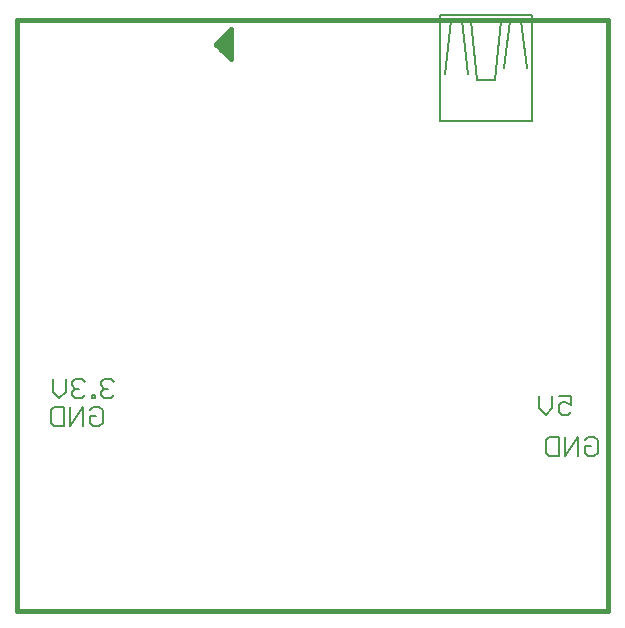
<source format=gbo>
G75*
%MOIN*%
%OFA0B0*%
%FSLAX25Y25*%
%IPPOS*%
%LPD*%
%AMOC8*
5,1,8,0,0,1.08239X$1,22.5*
%
%ADD10C,0.01600*%
%ADD11C,0.00600*%
%ADD12C,0.00500*%
D10*
X0021800Y0021800D02*
X0218650Y0021800D01*
X0218650Y0218650D01*
X0021800Y0218650D01*
X0021800Y0021800D01*
X0093050Y0205550D02*
X0088050Y0210550D01*
X0093050Y0215550D01*
X0093050Y0205550D01*
X0093050Y0205629D02*
X0092971Y0205629D01*
X0093050Y0207227D02*
X0091373Y0207227D01*
X0089774Y0208826D02*
X0093050Y0208826D01*
X0093050Y0210424D02*
X0088176Y0210424D01*
X0089523Y0212023D02*
X0093050Y0212023D01*
X0093050Y0213621D02*
X0091121Y0213621D01*
X0092720Y0215220D02*
X0093050Y0215220D01*
D11*
X0052992Y0099005D02*
X0050857Y0099005D01*
X0049789Y0097938D01*
X0049789Y0096870D01*
X0050857Y0095803D01*
X0049789Y0094735D01*
X0049789Y0093668D01*
X0050857Y0092600D01*
X0052992Y0092600D01*
X0054059Y0093668D01*
X0051924Y0095803D02*
X0050857Y0095803D01*
X0054059Y0097938D02*
X0052992Y0099005D01*
X0047614Y0093668D02*
X0046546Y0093668D01*
X0046546Y0092600D01*
X0047614Y0092600D01*
X0047614Y0093668D01*
X0044391Y0093668D02*
X0043323Y0092600D01*
X0041188Y0092600D01*
X0040121Y0093668D01*
X0040121Y0094735D01*
X0041188Y0095803D01*
X0042256Y0095803D01*
X0041188Y0095803D02*
X0040121Y0096870D01*
X0040121Y0097938D01*
X0041188Y0099005D01*
X0043323Y0099005D01*
X0044391Y0097938D01*
X0037946Y0099005D02*
X0037946Y0094735D01*
X0035810Y0092600D01*
X0033675Y0094735D01*
X0033675Y0099005D01*
X0034156Y0089755D02*
X0037359Y0089755D01*
X0037359Y0083350D01*
X0034156Y0083350D01*
X0033089Y0084418D01*
X0033089Y0088688D01*
X0034156Y0089755D01*
X0039534Y0089755D02*
X0039534Y0083350D01*
X0043805Y0089755D01*
X0043805Y0083350D01*
X0045980Y0084418D02*
X0045980Y0086553D01*
X0048115Y0086553D01*
X0050250Y0088688D02*
X0050250Y0084418D01*
X0049182Y0083350D01*
X0047047Y0083350D01*
X0045980Y0084418D01*
X0045980Y0088688D02*
X0047047Y0089755D01*
X0049182Y0089755D01*
X0050250Y0088688D01*
X0195784Y0089235D02*
X0195784Y0093505D01*
X0195784Y0089235D02*
X0197919Y0087100D01*
X0200055Y0089235D01*
X0200055Y0093505D01*
X0202230Y0093505D02*
X0206500Y0093505D01*
X0206500Y0090303D01*
X0204365Y0091370D01*
X0203297Y0091370D01*
X0202230Y0090303D01*
X0202230Y0088168D01*
X0203297Y0087100D01*
X0205432Y0087100D01*
X0206500Y0088168D01*
X0204534Y0079755D02*
X0204534Y0073350D01*
X0208805Y0079755D01*
X0208805Y0073350D01*
X0210980Y0074418D02*
X0210980Y0076553D01*
X0213115Y0076553D01*
X0215250Y0078688D02*
X0215250Y0074418D01*
X0214182Y0073350D01*
X0212047Y0073350D01*
X0210980Y0074418D01*
X0210980Y0078688D02*
X0212047Y0079755D01*
X0214182Y0079755D01*
X0215250Y0078688D01*
X0202359Y0079755D02*
X0202359Y0073350D01*
X0199156Y0073350D01*
X0198089Y0074418D01*
X0198089Y0078688D01*
X0199156Y0079755D01*
X0202359Y0079755D01*
D12*
X0193404Y0184881D02*
X0162696Y0184881D01*
X0162696Y0220314D01*
X0193404Y0220314D01*
X0193404Y0184881D01*
X0181003Y0198660D02*
X0175097Y0198660D01*
X0173129Y0218345D01*
X0170176Y0218345D02*
X0172144Y0200629D01*
X0164270Y0200629D02*
X0166239Y0218345D01*
X0170176Y0218345D01*
X0182971Y0218345D02*
X0181003Y0198660D01*
X0183956Y0202597D02*
X0185924Y0218345D01*
X0189861Y0218345D01*
X0191830Y0202597D01*
M02*

</source>
